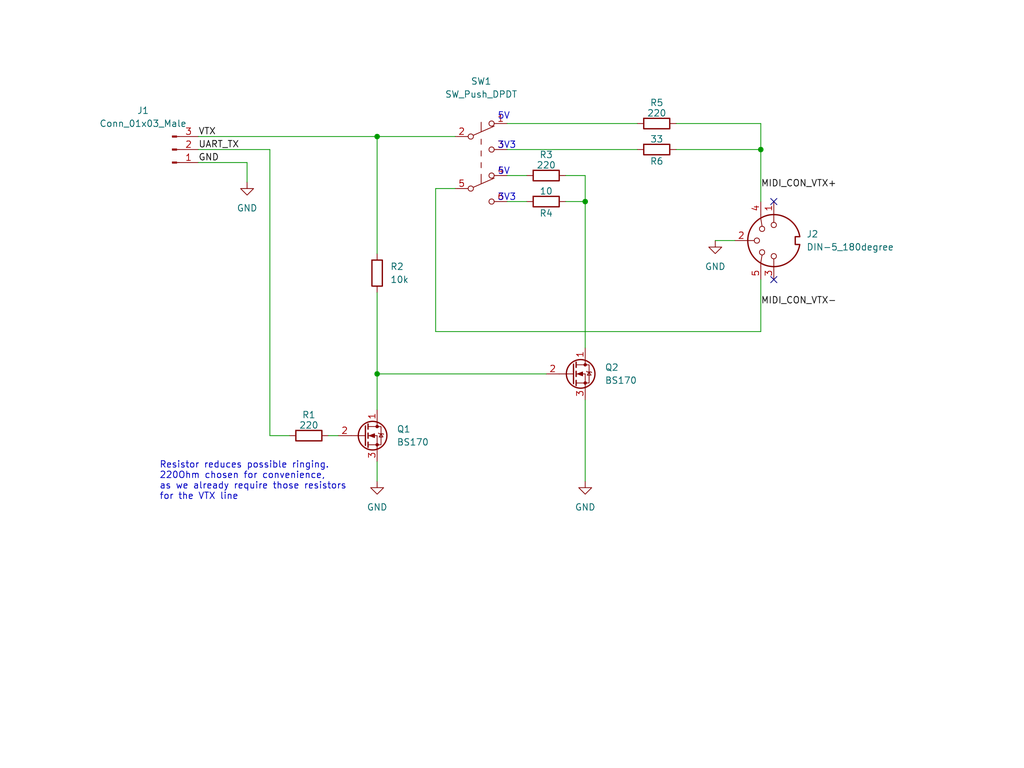
<source format=kicad_sch>
(kicad_sch (version 20211123) (generator eeschema)
  (paper "User" 200 150.012)
  (title_block (title "MIDI OUT Breakout Board") (date "2022-09-11") (rev "2.0") (company "TU-DO Makerspace") (comment 2 "License: TAPR Open Hardware License v1.0") (comment 3 "ctx.xda@gmail.com") (comment 4 "Author: Patrick Pedersen"))
  (lib_symbols
    (symbol "Connector:Conn_01x03_Male" (pin_names (offset 1.016) hide)
      (property "Reference" "J1" (at -5.715 7.62 0))
      (property "Value" "Conn_01x03_Male" (at -5.715 5.08 0))
      (symbol "Conn_01x03_Male_1_1"
        (polyline (pts (xy 1.27 -2.54) (xy 0.8636 -2.54)) (stroke (width 0.1524)))
        (polyline (pts (xy 1.27 0) (xy 0.8636 0)) (stroke (width 0.1524)))
        (polyline (pts (xy 1.27 2.54) (xy 0.8636 2.54)) (stroke (width 0.1524)))
        (rectangle (start 0.8636 -2.413) (end 0 -2.667) (stroke (width 0.1524)) (fill (type outline)))
        (rectangle (start 0.8636 0.127) (end 0 -0.127) (stroke (width 0.1524)) (fill (type outline)))
        (rectangle (start 0.8636 2.667) (end 0 2.413) (stroke (width 0.1524)) (fill (type outline)))
        (pin passive line (at 5.08 -2.54 180) (length 3.81) (name "Pin_1") (number "1"))
        (pin passive line (at 5.08 0 180) (length 3.81) (name "Pin_2") (number "2"))
        (pin passive line (at 5.08 2.54 180) (length 3.81) (name "Pin_3") (number "3"))
      )
    )
    (symbol "Connector:DIN-5_180degree" (pin_names (offset 1.016))
      (property "Reference" "J" (at 3.175 5.715 0))
      (property "Value" "DIN-5_180degree" (at 0 -6.35 0))
      (symbol "DIN-5_180degree_0_1"
        (arc (start -5.08 0) (mid -3.8609 -3.3364) (end -0.762 -5.08) (stroke (width 0.254)))
        (circle (center -3.048 0) (radius 0.508))
        (circle (center -2.286 2.286) (radius 0.508))
        (polyline (pts (xy -5.08 0) (xy -3.556 0)))
        (polyline (pts (xy 0 5.08) (xy 0 3.81)))
        (polyline (pts (xy 5.08 0) (xy 3.556 0)))
        (polyline (pts (xy -5.08 2.54) (xy -4.318 2.54) (xy -2.794 2.286)))
        (polyline (pts (xy 5.08 2.54) (xy 4.318 2.54) (xy 2.794 2.286)))
        (polyline (pts (xy -0.762 -4.953) (xy -0.762 -4.191) (xy 0.762 -4.191) (xy 0.762 -4.953)) (stroke (width 0.254)))
        (circle (center 0 3.302) (radius 0.508))
        (arc (start 0.762 -5.08) (mid 3.8685 -3.343) (end 5.08 0) (stroke (width 0.254)))
        (circle (center 2.286 2.286) (radius 0.508))
        (circle (center 3.048 0) (radius 0.508))
        (arc (start 5.08 0) (mid 0 5.08) (end -5.08 0) (stroke (width 0.254)))
      )
      (symbol "DIN-5_180degree_1_1"
        (pin passive line (at -7.62 0 0) (length 2.54) (name "~") (number "1"))
        (pin passive line (at 0 7.62 270) (length 2.54) (name "~") (number "2"))
        (pin passive line (at 7.62 0 180) (length 2.54) (name "~") (number "3"))
        (pin passive line (at -7.62 2.54 0) (length 2.54) (name "~") (number "4"))
        (pin passive line (at 7.62 2.54 180) (length 2.54) (name "~") (number "5"))
      )
    )
    (symbol "Device:Q_NMOS_DGS" (pin_names (offset 0) hide)
      (property "Reference" "Q" (at 5.08 1.27 0))
      (property "Value" "Q_NMOS_DGS" (at 5.08 -1.27 0))
      (symbol "Q_NMOS_DGS_0_1"
        (polyline (pts (xy 0.254 0) (xy -2.54 0)))
        (polyline (pts (xy 0.254 1.905) (xy 0.254 -1.905)) (stroke (width 0.254)))
        (polyline (pts (xy 0.762 -1.27) (xy 0.762 -2.286)) (stroke (width 0.254)))
        (polyline (pts (xy 0.762 0.508) (xy 0.762 -0.508)) (stroke (width 0.254)))
        (polyline (pts (xy 0.762 2.286) (xy 0.762 1.27)) (stroke (width 0.254)))
        (polyline (pts (xy 2.54 2.54) (xy 2.54 1.778)))
        (polyline (pts (xy 2.54 -2.54) (xy 2.54 0) (xy 0.762 0)))
        (polyline (pts (xy 0.762 -1.778) (xy 3.302 -1.778) (xy 3.302 1.778) (xy 0.762 1.778)))
        (polyline (pts (xy 1.016 0) (xy 2.032 0.381) (xy 2.032 -0.381) (xy 1.016 0)) (fill (type outline)))
        (polyline (pts (xy 2.794 0.508) (xy 2.921 0.381) (xy 3.683 0.381) (xy 3.81 0.254)))
        (polyline (pts (xy 3.302 0.381) (xy 2.921 -0.254) (xy 3.683 -0.254) (xy 3.302 0.381)))
        (circle (center 1.651 0) (radius 2.794) (stroke (width 0.254)))
        (circle (center 2.54 -1.778) (radius 0.254) (fill (type outline)))
        (circle (center 2.54 1.778) (radius 0.254) (fill (type outline)))
      )
      (symbol "Q_NMOS_DGS_1_1"
        (pin passive line (at 2.54 5.08 270) (length 2.54) (name "D") (number "1"))
        (pin input line (at -5.08 0 0) (length 2.54) (name "G") (number "2"))
        (pin passive line (at 2.54 -5.08 90) (length 2.54) (name "S") (number "3"))
      )
    )
    (symbol "Device:R" (pin_numbers hide) (pin_names (offset 0))
      (property "Reference" "R" (at 2.032 0 90))
      (property "Value" "R" (at 0 0 90))
      (symbol "R_0_1"
        (rectangle (start -1.016 -2.54) (end 1.016 2.54) (stroke (width 0.254)))
      )
      (symbol "R_1_1"
        (pin passive line (at 0 3.81 270) (length 1.27) (name "~") (number "1"))
        (pin passive line (at 0 -3.81 90) (length 1.27) (name "~") (number "2"))
      )
    )
    (symbol "Switch:SW_Push_DPDT" (pin_names (offset 0) hide)
      (property "Reference" "SW" (at 0 8.89 0))
      (property "Value" "SW_Push_DPDT" (at 0 -10.16 0))
      (symbol "SW_Push_DPDT_0_0"
        (circle (center -2.032 -5.08) (radius 0.508))
        (circle (center -2.032 5.08) (radius 0.508))
        (circle (center 2.032 -7.62) (radius 0.508))
        (circle (center 2.032 2.54) (radius 0.508))
      )
      (symbol "SW_Push_DPDT_0_1"
        (polyline (pts (xy -1.524 -4.826) (xy 2.54 -3.048)))
        (polyline (pts (xy -1.524 5.334) (xy 2.54 7.112)))
        (polyline (pts (xy 0 -2.286) (xy 0 -4.064)))
        (polyline (pts (xy 0 -1.016) (xy 0 0)))
        (polyline (pts (xy 0 1.27) (xy 0 2.286)))
        (polyline (pts (xy 0 3.556) (xy 0 4.572)))
        (polyline (pts (xy 0 7.874) (xy 0 6.096)))
        (circle (center 2.032 -2.54) (radius 0.508))
        (circle (center 2.032 7.62) (radius 0.508))
      )
      (symbol "SW_Push_DPDT_1_1"
        (pin passive line (at 5.08 7.62 180) (length 2.54) (name "A") (number "1"))
        (pin passive line (at -5.08 5.08 0) (length 2.54) (name "B") (number "2"))
        (pin passive line (at 5.08 2.54 180) (length 2.54) (name "C") (number "3"))
        (pin passive line (at 5.08 -2.54 180) (length 2.54) (name "A") (number "4"))
        (pin passive line (at -5.08 -5.08 0) (length 2.54) (name "B") (number "5"))
        (pin passive line (at 5.08 -7.62 180) (length 2.54) (name "C") (number "6"))
      )
    )
    (symbol "power:GND" (power) (pin_names (offset 0))
      (property "Value" "GND" (at 0 -3.81 0))
      (symbol "GND_0_1"
        (polyline (pts (xy 0 0) (xy 0 -1.27) (xy 1.27 -1.27) (xy 0 -2.54) (xy -1.27 -1.27) (xy 0 -1.27)))
      )
      (symbol "GND_1_1"
        (pin power_in line (at 0 0 270) (length 0) hide (name "GND") (number "1"))
      )
    )
  )
  (junction (at 114.3 39.37))
  (junction (at 73.66 26.67))
  (junction (at 73.66 73.025))
  (junction (at 148.59 29.21))
  (no_connect (at 151.13 54.61))
  (no_connect (at 151.13 39.37))
  (wire (pts (xy 148.59 54.61) (xy 148.59 64.77)))
  (wire (pts (xy 48.26 31.75) (xy 48.26 35.56)))
  (wire (pts (xy 73.66 90.17) (xy 73.66 93.98)))
  (wire (pts (xy 139.7 46.99) (xy 143.51 46.99)))
  (wire (pts (xy 73.66 57.15) (xy 73.66 73.025)))
  (wire (pts (xy 38.735 26.67) (xy 73.66 26.67)))
  (wire (pts (xy 114.3 39.37) (xy 114.3 67.945)))
  (wire (pts (xy 73.66 26.67) (xy 73.66 49.53)))
  (wire (pts (xy 132.08 29.21) (xy 148.59 29.21)))
  (wire (pts (xy 73.66 73.025) (xy 73.66 80.01)))
  (wire (pts (xy 52.705 85.09) (xy 52.705 29.21)))
  (wire (pts (xy 114.3 34.29) (xy 114.3 39.37)))
  (wire (pts (xy 52.705 85.09) (xy 56.515 85.09)))
  (wire (pts (xy 148.59 24.13) (xy 148.59 29.21)))
  (wire (pts (xy 73.66 73.025) (xy 106.68 73.025)))
  (wire (pts (xy 85.09 36.83) (xy 88.9 36.83)))
  (wire (pts (xy 132.08 24.13) (xy 148.59 24.13)))
  (wire (pts (xy 38.735 31.75) (xy 48.26 31.75)))
  (wire (pts (xy 148.59 64.77) (xy 85.09 64.77)))
  (wire (pts (xy 73.66 26.67) (xy 88.9 26.67)))
  (wire (pts (xy 148.59 29.21) (xy 148.59 39.37)))
  (wire (pts (xy 114.3 78.105) (xy 114.3 93.98)))
  (wire (pts (xy 110.49 34.29) (xy 114.3 34.29)))
  (wire (pts (xy 64.135 85.09) (xy 66.04 85.09)))
  (wire (pts (xy 85.09 64.77) (xy 85.09 36.83)))
  (wire (pts (xy 52.705 29.21) (xy 38.735 29.21)))
  (wire (pts (xy 99.06 39.37) (xy 102.87 39.37)))
  (wire (pts (xy 99.06 29.21) (xy 124.46 29.21)))
  (wire (pts (xy 99.06 24.13) (xy 124.46 24.13)))
  (wire (pts (xy 99.06 34.29) (xy 102.87 34.29)))
  (wire (pts (xy 110.49 39.37) (xy 114.3 39.37)))
  (text "3V3" (at 97.155 39.37 0) (effects (font (size 1.27 1.27)) (justify left bottom)))
  (text "5V" (at 97.155 34.29 0) (effects (font (size 1.27 1.27)) (justify left bottom)))
  (text "3V3" (at 97.155 29.21 0) (effects (font (size 1.27 1.27)) (justify left bottom)))
  (text "Resistor reduces possible ringing.\n220Ohm chosen for convenience,\nas we already require those resistors\nfor the VTX line" (at 31.115 97.79 0) (effects (font (size 1.27 1.27)) (justify left bottom)))
  (text "5V" (at 97.155 23.495 0) (effects (font (size 1.27 1.27)) (justify left bottom)))
  (label "VTX" (at 38.735 26.67 0))
  (label "MIDI_CON_VTX+" (at 148.59 36.83 0))
  (label "UART_TX" (at 38.735 29.21 0))
  (label "GND" (at 38.735 31.75 0))
  (label "MIDI_CON_VTX-" (at 148.59 59.69 0))
  (symbol (lib_id "Device:R") (at 73.66 53.34 180) (unit 1)
    (property "Reference" "R2" (at 76.2 52.0699 0) (effects (justify right)))
    (property "Value" "10k" (at 76.2 54.6099 0) (effects (justify right)))
    (property "Footprint" "Resistor_THT:R_Axial_DIN0204_L3.6mm_D1.6mm_P5.08mm_Horizontal" (effects hide))
  )
  (symbol (lib_id "power:GND") (at 48.26 35.56 0) (unit 1)
    (property "Reference" "#PWR01" (effects hide))
    (property "Value" "GND" (at 48.26 40.64 0))
  )
  (symbol (lib_id "Device:R") (at 106.68 39.37 90) (unit 1)
    (property "Reference" "R4" (at 106.68 41.656 90))
    (property "Value" "10" (at 106.68 37.338 90))
    (property "Footprint" "Resistor_THT:R_Axial_DIN0204_L3.6mm_D1.6mm_P5.08mm_Horizontal" (effects hide))
  )
  (symbol (lib_id "Device:Q_NMOS_DGS") (at 111.76 73.025 0) (unit 1)
    (property "Reference" "Q2" (at 118.11 71.7549 0) (effects (justify left)))
    (property "Value" "BS170" (at 118.11 74.2949 0) (effects (justify left)))
    (property "Footprint" "Package_TO_SOT_THT:TO-92L_Inline" (effects hide))
  )
  (symbol (lib_id "Device:R") (at 128.27 29.21 90) (unit 1)
    (property "Reference" "R6" (at 128.27 31.496 90))
    (property "Value" "33" (at 128.27 27.178 90))
    (property "Footprint" "Resistor_THT:R_Axial_DIN0207_L6.3mm_D2.5mm_P7.62mm_Horizontal" (effects hide))
  )
  (symbol (lib_id "Device:Q_NMOS_DGS") (at 71.12 85.09 0) (unit 1)
    (property "Reference" "Q1" (at 77.47 83.8199 0) (effects (justify left)))
    (property "Value" "BS170" (at 77.47 86.3599 0) (effects (justify left)))
    (property "Footprint" "Package_TO_SOT_THT:TO-92L_Inline" (effects hide))
  )
  (symbol (lib_id "Switch:SW_Push_DPDT") (at 93.98 31.75 0) (unit 1)
    (property "Reference" "SW1" (at 93.98 15.875 0))
    (property "Value" "SW_Push_DPDT" (at 93.98 18.415 0))
    (property "Footprint" "Button_Switch_THT:SW_CuK_JS202011CQN_DPDT_Straight" (effects hide))
  )
  (symbol (lib_id "Device:R") (at 128.27 24.13 90) (unit 1)
    (property "Reference" "R5" (at 128.27 20.066 90))
    (property "Value" "220" (at 128.27 22.098 90))
    (property "Footprint" "Resistor_THT:R_Axial_DIN0207_L6.3mm_D2.5mm_P7.62mm_Horizontal" (effects hide))
  )
  (symbol (lib_id "Device:R") (at 106.68 34.29 90) (unit 1)
    (property "Reference" "R3" (at 106.68 30.226 90))
    (property "Value" "220" (at 106.68 32.258 90))
    (property "Footprint" "Resistor_THT:R_Axial_DIN0207_L6.3mm_D2.5mm_P7.62mm_Horizontal" (effects hide))
  )
  (symbol (lib_id "Connector:DIN-5_180degree") (at 151.13 46.99 90) (mirror x) (unit 1)
    (property "Reference" "J2" (at 157.48 45.72 90) (effects (justify right)))
    (property "Value" "DIN-5_180degree" (at 157.48 48.26 90) (effects (justify right)))
    (property "Footprint" "Eurocad:MIDI_DIN5" (effects hide))
    (property "Datasheet" "http://www.mouser.com/ds/2/18/40_c091_abd_e-75918.pdf" (effects hide))
  )
  (symbol (lib_id "power:GND") (at 139.7 46.99 0) (unit 1)
    (property "Reference" "#PWR04" (effects hide))
    (property "Value" "GND" (at 139.7 52.07 0))
  )
  (symbol (lib_id "power:GND") (at 114.3 93.98 0) (unit 1)
    (property "Reference" "#PWR03" (effects hide))
    (property "Value" "GND" (at 114.3 99.06 0))
  )
  (symbol (lib_id "Connector:Conn_01x03_Male") (at 33.655 29.21 0) (unit 1)
    (property "Reference" "J1" (at 27.94 21.59 0))
    (property "Value" "Conn_01x03_Male" (at 27.94 24.13 0))
    (property "Footprint" "Connector_JST:JST_XH_B3B-XH-A_1x03_P2.50mm_Vertical" (effects hide))
  )
  (symbol (lib_id "power:GND") (at 73.66 93.98 0) (unit 1)
    (property "Reference" "#PWR02" (effects hide))
    (property "Value" "GND" (at 73.66 99.06 0))
  )
  (symbol (lib_id "Device:R") (at 60.325 85.09 90) (unit 1)
    (property "Reference" "R1" (at 60.325 81.026 90))
    (property "Value" "220" (at 60.325 83.058 90))
    (property "Footprint" "Resistor_THT:R_Axial_DIN0207_L6.3mm_D2.5mm_P7.62mm_Horizontal" (effects hide))
  )
)
</source>
